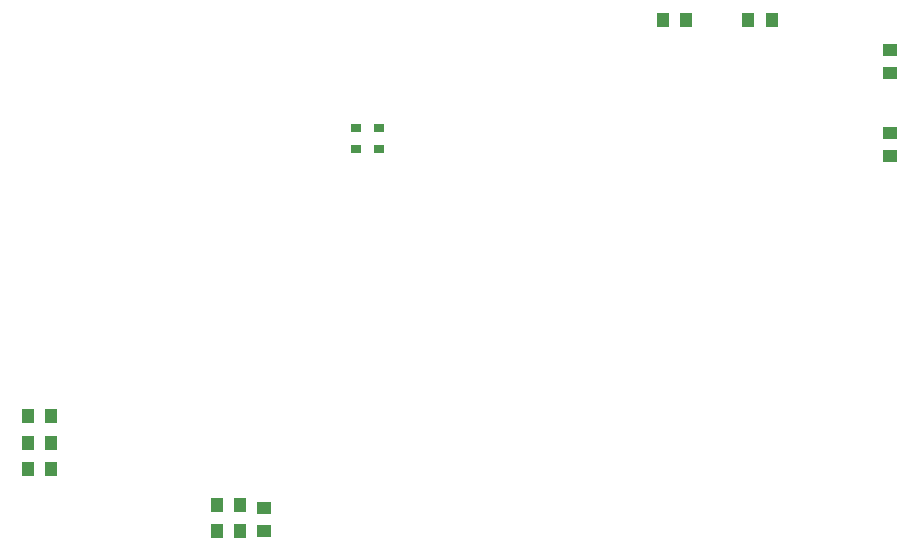
<source format=gbp>
G04*
G04 #@! TF.GenerationSoftware,Altium Limited,Altium Designer,21.7.1 (17)*
G04*
G04 Layer_Color=128*
%FSLAX25Y25*%
%MOIN*%
G70*
G04*
G04 #@! TF.SameCoordinates,805F3405-D18D-4A14-B230-685FC2141578*
G04*
G04*
G04 #@! TF.FilePolarity,Positive*
G04*
G01*
G75*
%ADD18R,0.05118X0.03937*%
%ADD21R,0.03937X0.05118*%
%ADD71R,0.03740X0.03150*%
D18*
X337598Y169291D02*
D03*
Y177165D02*
D03*
Y196850D02*
D03*
Y204724D02*
D03*
X128937Y52165D02*
D03*
Y44291D02*
D03*
D21*
X298228Y214567D02*
D03*
X290354D02*
D03*
X269685D02*
D03*
X261811D02*
D03*
X58071Y82677D02*
D03*
X50197D02*
D03*
X121063Y53150D02*
D03*
X113189D02*
D03*
Y44291D02*
D03*
X121063D02*
D03*
X58071Y73819D02*
D03*
X50197D02*
D03*
Y64961D02*
D03*
X58071D02*
D03*
D71*
X159448Y171653D02*
D03*
X159449Y178740D02*
D03*
X167322Y171653D02*
D03*
X167323Y178740D02*
D03*
M02*

</source>
